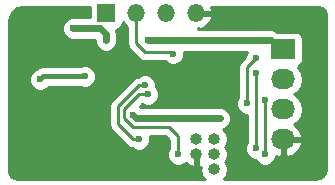
<source format=gbl>
G04 #@! TF.FileFunction,Copper,L2,Bot,Signal*
%FSLAX46Y46*%
G04 Gerber Fmt 4.6, Leading zero omitted, Abs format (unit mm)*
G04 Created by KiCad (PCBNEW 4.0.7-e2-6376~58~ubuntu16.04.1) date Mon May 21 14:16:18 2018*
%MOMM*%
%LPD*%
G01*
G04 APERTURE LIST*
%ADD10C,0.100000*%
%ADD11R,2.032000X1.727200*%
%ADD12O,2.032000X1.727200*%
%ADD13O,1.000000X1.000000*%
%ADD14R,1.500000X1.500000*%
%ADD15O,1.500000X1.500000*%
%ADD16C,0.600000*%
%ADD17C,0.250000*%
%ADD18C,0.450000*%
%ADD19C,0.600000*%
%ADD20C,0.254000*%
G04 APERTURE END LIST*
D10*
D11*
X141732000Y-99568000D03*
D12*
X141732000Y-102108000D03*
X141732000Y-104648000D03*
X141732000Y-107188000D03*
D13*
X134366000Y-108458000D03*
D14*
X126746000Y-96520000D03*
D15*
X129286000Y-96520000D03*
X131826000Y-96520000D03*
X134366000Y-96520000D03*
D13*
X135890000Y-108458000D03*
X135890000Y-109728000D03*
X134366000Y-107188000D03*
X135890000Y-107188000D03*
D16*
X135636000Y-102616000D03*
X134620000Y-103632000D03*
X134620000Y-102616000D03*
X139446000Y-97282000D03*
X139446000Y-96520000D03*
X137922000Y-97282000D03*
X136398000Y-97282000D03*
X136398000Y-96520000D03*
X137922000Y-96520000D03*
X124714000Y-99822000D03*
X133096000Y-103632000D03*
X127762000Y-107188000D03*
X119380000Y-100838000D03*
X119380000Y-103378000D03*
X119380000Y-106172000D03*
X120396000Y-108712000D03*
X119380000Y-108712000D03*
X119380000Y-97536000D03*
X121920000Y-98298000D03*
X121920000Y-108458000D03*
X123444000Y-104648000D03*
X124714000Y-104648000D03*
X132588000Y-109728000D03*
X121158000Y-102108000D03*
X124968000Y-101854000D03*
X126746000Y-98806000D03*
X123952000Y-97790000D03*
X129032000Y-105156000D03*
X136398000Y-105410000D03*
X130302000Y-98806000D03*
X134366000Y-107188000D03*
X130048000Y-102616000D03*
X129540000Y-107188000D03*
X130302000Y-103378000D03*
X132842000Y-108458000D03*
X135890000Y-109728000D03*
X140208000Y-108458000D03*
X140208000Y-103886000D03*
X135890000Y-108458000D03*
X139446000Y-107950000D03*
X139446000Y-101600000D03*
X135890000Y-107188000D03*
X139446000Y-100330000D03*
X138684000Y-104140000D03*
X132428000Y-99949000D03*
D17*
X135636000Y-102616000D02*
X134620000Y-102616000D01*
X134620000Y-103632000D02*
X134620000Y-102616000D01*
X137922000Y-96520000D02*
X139446000Y-96520000D01*
X137922000Y-97282000D02*
X137922000Y-96520000D01*
X136398000Y-96520000D02*
X136398000Y-97282000D01*
D18*
X124968000Y-101854000D02*
X121412000Y-101854000D01*
X121412000Y-101854000D02*
X121158000Y-102108000D01*
D19*
X126746000Y-98298000D02*
X126746000Y-98806000D01*
X126238000Y-97790000D02*
X126746000Y-98298000D01*
X123952000Y-97790000D02*
X126238000Y-97790000D01*
X129032000Y-105156000D02*
X129286000Y-105410000D01*
X129286000Y-105410000D02*
X136398000Y-105410000D01*
X141732000Y-99568000D02*
X141478000Y-99568000D01*
X141478000Y-99568000D02*
X140716000Y-98806000D01*
X140716000Y-98806000D02*
X137668000Y-98806000D01*
X137668000Y-98806000D02*
X130302000Y-98806000D01*
D17*
X129540000Y-102616000D02*
X130048000Y-102616000D01*
X127762000Y-104394000D02*
X129540000Y-102616000D01*
X127762000Y-105918000D02*
X127762000Y-104394000D01*
X129032000Y-107188000D02*
X127762000Y-105918000D01*
X129540000Y-107188000D02*
X129032000Y-107188000D01*
X129540000Y-103378000D02*
X130302000Y-103378000D01*
X128270000Y-104648000D02*
X129540000Y-103378000D01*
X128270000Y-105410000D02*
X128270000Y-104648000D01*
X129032000Y-106172000D02*
X128270000Y-105410000D01*
X132080000Y-106172000D02*
X129032000Y-106172000D01*
X132842000Y-106934000D02*
X132080000Y-106172000D01*
X132842000Y-108458000D02*
X132842000Y-106934000D01*
X140208000Y-108458000D02*
X140208000Y-103886000D01*
X139446000Y-107950000D02*
X139446000Y-101600000D01*
X138684000Y-101092000D02*
X139446000Y-100330000D01*
X138684000Y-104140000D02*
X138684000Y-101092000D01*
X129286000Y-96520000D02*
X129286000Y-99060000D01*
X130048000Y-99822000D02*
X129286000Y-99060000D01*
X132301000Y-99822000D02*
X130048000Y-99822000D01*
X132301000Y-99822000D02*
X132428000Y-99949000D01*
D20*
G36*
X125348560Y-96855000D02*
X123952816Y-96855000D01*
X123766833Y-96854838D01*
X123423057Y-96996883D01*
X123159808Y-97259673D01*
X123017162Y-97603201D01*
X123016838Y-97975167D01*
X123158883Y-98318943D01*
X123421673Y-98582192D01*
X123765201Y-98724838D01*
X124137167Y-98725162D01*
X124137559Y-98725000D01*
X125811000Y-98725000D01*
X125811000Y-98805184D01*
X125810838Y-98991167D01*
X125952883Y-99334943D01*
X126215673Y-99598192D01*
X126559201Y-99740838D01*
X126931167Y-99741162D01*
X127274943Y-99599117D01*
X127538192Y-99336327D01*
X127680838Y-98992799D01*
X127681162Y-98620833D01*
X127681000Y-98620441D01*
X127681000Y-98298000D01*
X127609827Y-97940191D01*
X127583610Y-97900955D01*
X127731317Y-97873162D01*
X127947441Y-97734090D01*
X128092431Y-97521890D01*
X128141543Y-97279367D01*
X128306657Y-97526477D01*
X128526000Y-97673037D01*
X128526000Y-99060000D01*
X128583852Y-99350839D01*
X128748599Y-99597401D01*
X129510599Y-100359401D01*
X129757161Y-100524148D01*
X130048000Y-100582000D01*
X131738759Y-100582000D01*
X131897673Y-100741192D01*
X132241201Y-100883838D01*
X132613167Y-100884162D01*
X132956943Y-100742117D01*
X133220192Y-100479327D01*
X133362838Y-100135799D01*
X133363162Y-99763833D01*
X133353728Y-99741000D01*
X138712583Y-99741000D01*
X138653808Y-99799673D01*
X138511162Y-100143201D01*
X138511121Y-100190077D01*
X138146599Y-100554599D01*
X137981852Y-100801161D01*
X137924000Y-101092000D01*
X137924000Y-103577537D01*
X137891808Y-103609673D01*
X137749162Y-103953201D01*
X137748838Y-104325167D01*
X137890883Y-104668943D01*
X138153673Y-104932192D01*
X138497201Y-105074838D01*
X138686000Y-105075002D01*
X138686000Y-107387537D01*
X138653808Y-107419673D01*
X138511162Y-107763201D01*
X138510838Y-108135167D01*
X138652883Y-108478943D01*
X138915673Y-108742192D01*
X139259201Y-108884838D01*
X139372735Y-108884937D01*
X139414883Y-108986943D01*
X139677673Y-109250192D01*
X140021201Y-109392838D01*
X140393167Y-109393162D01*
X140736943Y-109251117D01*
X141000192Y-108988327D01*
X141142838Y-108644799D01*
X141142883Y-108593709D01*
X141370087Y-108673184D01*
X141605000Y-108528924D01*
X141605000Y-107315000D01*
X141859000Y-107315000D01*
X141859000Y-108528924D01*
X142093913Y-108673184D01*
X142646320Y-108479954D01*
X143082732Y-108090036D01*
X143336709Y-107562791D01*
X143339358Y-107547026D01*
X143218217Y-107315000D01*
X141859000Y-107315000D01*
X141605000Y-107315000D01*
X141585000Y-107315000D01*
X141585000Y-107061000D01*
X141605000Y-107061000D01*
X141605000Y-107041000D01*
X141859000Y-107041000D01*
X141859000Y-107061000D01*
X143218217Y-107061000D01*
X143339358Y-106828974D01*
X143336709Y-106813209D01*
X143082732Y-106285964D01*
X142666931Y-105914461D01*
X142976415Y-105707670D01*
X143301271Y-105221489D01*
X143415345Y-104648000D01*
X143301271Y-104074511D01*
X142976415Y-103588330D01*
X142661634Y-103378000D01*
X142976415Y-103167670D01*
X143301271Y-102681489D01*
X143415345Y-102108000D01*
X143301271Y-101534511D01*
X142976415Y-101048330D01*
X142962087Y-101038757D01*
X142983317Y-101034762D01*
X143199441Y-100895690D01*
X143344431Y-100683490D01*
X143395440Y-100431600D01*
X143395440Y-98704400D01*
X143351162Y-98469083D01*
X143212090Y-98252959D01*
X142999890Y-98107969D01*
X142748000Y-98056960D01*
X141245600Y-98056960D01*
X141073809Y-97942173D01*
X140716000Y-97871000D01*
X134493002Y-97871000D01*
X134493002Y-97739657D01*
X134707185Y-97862318D01*
X135073914Y-97710425D01*
X135475583Y-97348902D01*
X135708328Y-96861187D01*
X135586425Y-96647000D01*
X134493000Y-96647000D01*
X134493000Y-96667000D01*
X134239000Y-96667000D01*
X134239000Y-96647000D01*
X134219000Y-96647000D01*
X134219000Y-96393000D01*
X134239000Y-96393000D01*
X134239000Y-96373000D01*
X134493000Y-96373000D01*
X134493000Y-96393000D01*
X135586425Y-96393000D01*
X135708328Y-96178813D01*
X135603907Y-95960000D01*
X144710070Y-95960000D01*
X144988979Y-96015478D01*
X145166145Y-96133856D01*
X145284521Y-96311019D01*
X145340000Y-96589931D01*
X145340000Y-109658073D01*
X145265188Y-110034180D01*
X145091749Y-110293750D01*
X144832182Y-110467186D01*
X144456073Y-110542000D01*
X136697690Y-110542000D01*
X136714802Y-110530566D01*
X136960839Y-110162346D01*
X137047236Y-109728000D01*
X136960839Y-109293654D01*
X136826766Y-109093000D01*
X136960839Y-108892346D01*
X137047236Y-108458000D01*
X136960839Y-108023654D01*
X136826766Y-107823000D01*
X136960839Y-107622346D01*
X137047236Y-107188000D01*
X136960839Y-106753654D01*
X136714802Y-106385434D01*
X136627263Y-106326942D01*
X136926943Y-106203117D01*
X137190192Y-105940327D01*
X137332838Y-105596799D01*
X137333162Y-105224833D01*
X137191117Y-104881057D01*
X136928327Y-104617808D01*
X136584799Y-104475162D01*
X136212833Y-104474838D01*
X136212441Y-104475000D01*
X129673325Y-104475000D01*
X129595631Y-104397171D01*
X129807665Y-104185137D01*
X130115201Y-104312838D01*
X130487167Y-104313162D01*
X130830943Y-104171117D01*
X131094192Y-103908327D01*
X131236838Y-103564799D01*
X131237162Y-103192833D01*
X131095117Y-102849057D01*
X130982896Y-102736640D01*
X130983162Y-102430833D01*
X130841117Y-102087057D01*
X130578327Y-101823808D01*
X130234799Y-101681162D01*
X129862833Y-101680838D01*
X129519057Y-101822883D01*
X129472415Y-101869444D01*
X129249161Y-101913852D01*
X129002599Y-102078599D01*
X127224599Y-103856599D01*
X127059852Y-104103161D01*
X127002000Y-104394000D01*
X127002000Y-105918000D01*
X127059852Y-106208839D01*
X127224599Y-106455401D01*
X128494599Y-107725401D01*
X128741160Y-107890148D01*
X128964043Y-107934482D01*
X129009673Y-107980192D01*
X129353201Y-108122838D01*
X129725167Y-108123162D01*
X130068943Y-107981117D01*
X130332192Y-107718327D01*
X130474838Y-107374799D01*
X130475162Y-107002833D01*
X130445894Y-106932000D01*
X131765198Y-106932000D01*
X132082000Y-107248802D01*
X132082000Y-107895537D01*
X132049808Y-107927673D01*
X131907162Y-108271201D01*
X131906838Y-108643167D01*
X132048883Y-108986943D01*
X132311673Y-109250192D01*
X132655201Y-109392838D01*
X133027167Y-109393162D01*
X133370943Y-109251117D01*
X133483242Y-109139013D01*
X133668396Y-109353323D01*
X134064123Y-109552132D01*
X134239000Y-109427135D01*
X134239000Y-108585000D01*
X134219000Y-108585000D01*
X134219000Y-108331000D01*
X134239000Y-108331000D01*
X134239000Y-108311000D01*
X134283436Y-108311000D01*
X134343764Y-108323000D01*
X134388236Y-108323000D01*
X134448564Y-108311000D01*
X134493000Y-108311000D01*
X134493000Y-108331000D01*
X134513000Y-108331000D01*
X134513000Y-108585000D01*
X134493000Y-108585000D01*
X134493000Y-109427135D01*
X134667877Y-109552132D01*
X134778835Y-109496388D01*
X134732764Y-109728000D01*
X134819161Y-110162346D01*
X135065198Y-110530566D01*
X135082310Y-110542000D01*
X119195931Y-110542000D01*
X118917019Y-110486521D01*
X118739856Y-110368145D01*
X118621478Y-110190979D01*
X118566000Y-109912070D01*
X118566000Y-102293167D01*
X120222838Y-102293167D01*
X120364883Y-102636943D01*
X120627673Y-102900192D01*
X120971201Y-103042838D01*
X121343167Y-103043162D01*
X121686943Y-102901117D01*
X121874387Y-102714000D01*
X124600972Y-102714000D01*
X124781201Y-102788838D01*
X125153167Y-102789162D01*
X125496943Y-102647117D01*
X125760192Y-102384327D01*
X125902838Y-102040799D01*
X125903162Y-101668833D01*
X125761117Y-101325057D01*
X125498327Y-101061808D01*
X125154799Y-100919162D01*
X124782833Y-100918838D01*
X124600927Y-100994000D01*
X121412000Y-100994000D01*
X121082892Y-101059464D01*
X120816608Y-101237389D01*
X120629057Y-101314883D01*
X120365808Y-101577673D01*
X120223162Y-101921201D01*
X120222838Y-102293167D01*
X118566000Y-102293167D01*
X118566000Y-97097931D01*
X118660148Y-96624616D01*
X118888645Y-96282645D01*
X119230616Y-96054148D01*
X119703931Y-95960000D01*
X125348560Y-95960000D01*
X125348560Y-96855000D01*
X125348560Y-96855000D01*
G37*
X125348560Y-96855000D02*
X123952816Y-96855000D01*
X123766833Y-96854838D01*
X123423057Y-96996883D01*
X123159808Y-97259673D01*
X123017162Y-97603201D01*
X123016838Y-97975167D01*
X123158883Y-98318943D01*
X123421673Y-98582192D01*
X123765201Y-98724838D01*
X124137167Y-98725162D01*
X124137559Y-98725000D01*
X125811000Y-98725000D01*
X125811000Y-98805184D01*
X125810838Y-98991167D01*
X125952883Y-99334943D01*
X126215673Y-99598192D01*
X126559201Y-99740838D01*
X126931167Y-99741162D01*
X127274943Y-99599117D01*
X127538192Y-99336327D01*
X127680838Y-98992799D01*
X127681162Y-98620833D01*
X127681000Y-98620441D01*
X127681000Y-98298000D01*
X127609827Y-97940191D01*
X127583610Y-97900955D01*
X127731317Y-97873162D01*
X127947441Y-97734090D01*
X128092431Y-97521890D01*
X128141543Y-97279367D01*
X128306657Y-97526477D01*
X128526000Y-97673037D01*
X128526000Y-99060000D01*
X128583852Y-99350839D01*
X128748599Y-99597401D01*
X129510599Y-100359401D01*
X129757161Y-100524148D01*
X130048000Y-100582000D01*
X131738759Y-100582000D01*
X131897673Y-100741192D01*
X132241201Y-100883838D01*
X132613167Y-100884162D01*
X132956943Y-100742117D01*
X133220192Y-100479327D01*
X133362838Y-100135799D01*
X133363162Y-99763833D01*
X133353728Y-99741000D01*
X138712583Y-99741000D01*
X138653808Y-99799673D01*
X138511162Y-100143201D01*
X138511121Y-100190077D01*
X138146599Y-100554599D01*
X137981852Y-100801161D01*
X137924000Y-101092000D01*
X137924000Y-103577537D01*
X137891808Y-103609673D01*
X137749162Y-103953201D01*
X137748838Y-104325167D01*
X137890883Y-104668943D01*
X138153673Y-104932192D01*
X138497201Y-105074838D01*
X138686000Y-105075002D01*
X138686000Y-107387537D01*
X138653808Y-107419673D01*
X138511162Y-107763201D01*
X138510838Y-108135167D01*
X138652883Y-108478943D01*
X138915673Y-108742192D01*
X139259201Y-108884838D01*
X139372735Y-108884937D01*
X139414883Y-108986943D01*
X139677673Y-109250192D01*
X140021201Y-109392838D01*
X140393167Y-109393162D01*
X140736943Y-109251117D01*
X141000192Y-108988327D01*
X141142838Y-108644799D01*
X141142883Y-108593709D01*
X141370087Y-108673184D01*
X141605000Y-108528924D01*
X141605000Y-107315000D01*
X141859000Y-107315000D01*
X141859000Y-108528924D01*
X142093913Y-108673184D01*
X142646320Y-108479954D01*
X143082732Y-108090036D01*
X143336709Y-107562791D01*
X143339358Y-107547026D01*
X143218217Y-107315000D01*
X141859000Y-107315000D01*
X141605000Y-107315000D01*
X141585000Y-107315000D01*
X141585000Y-107061000D01*
X141605000Y-107061000D01*
X141605000Y-107041000D01*
X141859000Y-107041000D01*
X141859000Y-107061000D01*
X143218217Y-107061000D01*
X143339358Y-106828974D01*
X143336709Y-106813209D01*
X143082732Y-106285964D01*
X142666931Y-105914461D01*
X142976415Y-105707670D01*
X143301271Y-105221489D01*
X143415345Y-104648000D01*
X143301271Y-104074511D01*
X142976415Y-103588330D01*
X142661634Y-103378000D01*
X142976415Y-103167670D01*
X143301271Y-102681489D01*
X143415345Y-102108000D01*
X143301271Y-101534511D01*
X142976415Y-101048330D01*
X142962087Y-101038757D01*
X142983317Y-101034762D01*
X143199441Y-100895690D01*
X143344431Y-100683490D01*
X143395440Y-100431600D01*
X143395440Y-98704400D01*
X143351162Y-98469083D01*
X143212090Y-98252959D01*
X142999890Y-98107969D01*
X142748000Y-98056960D01*
X141245600Y-98056960D01*
X141073809Y-97942173D01*
X140716000Y-97871000D01*
X134493002Y-97871000D01*
X134493002Y-97739657D01*
X134707185Y-97862318D01*
X135073914Y-97710425D01*
X135475583Y-97348902D01*
X135708328Y-96861187D01*
X135586425Y-96647000D01*
X134493000Y-96647000D01*
X134493000Y-96667000D01*
X134239000Y-96667000D01*
X134239000Y-96647000D01*
X134219000Y-96647000D01*
X134219000Y-96393000D01*
X134239000Y-96393000D01*
X134239000Y-96373000D01*
X134493000Y-96373000D01*
X134493000Y-96393000D01*
X135586425Y-96393000D01*
X135708328Y-96178813D01*
X135603907Y-95960000D01*
X144710070Y-95960000D01*
X144988979Y-96015478D01*
X145166145Y-96133856D01*
X145284521Y-96311019D01*
X145340000Y-96589931D01*
X145340000Y-109658073D01*
X145265188Y-110034180D01*
X145091749Y-110293750D01*
X144832182Y-110467186D01*
X144456073Y-110542000D01*
X136697690Y-110542000D01*
X136714802Y-110530566D01*
X136960839Y-110162346D01*
X137047236Y-109728000D01*
X136960839Y-109293654D01*
X136826766Y-109093000D01*
X136960839Y-108892346D01*
X137047236Y-108458000D01*
X136960839Y-108023654D01*
X136826766Y-107823000D01*
X136960839Y-107622346D01*
X137047236Y-107188000D01*
X136960839Y-106753654D01*
X136714802Y-106385434D01*
X136627263Y-106326942D01*
X136926943Y-106203117D01*
X137190192Y-105940327D01*
X137332838Y-105596799D01*
X137333162Y-105224833D01*
X137191117Y-104881057D01*
X136928327Y-104617808D01*
X136584799Y-104475162D01*
X136212833Y-104474838D01*
X136212441Y-104475000D01*
X129673325Y-104475000D01*
X129595631Y-104397171D01*
X129807665Y-104185137D01*
X130115201Y-104312838D01*
X130487167Y-104313162D01*
X130830943Y-104171117D01*
X131094192Y-103908327D01*
X131236838Y-103564799D01*
X131237162Y-103192833D01*
X131095117Y-102849057D01*
X130982896Y-102736640D01*
X130983162Y-102430833D01*
X130841117Y-102087057D01*
X130578327Y-101823808D01*
X130234799Y-101681162D01*
X129862833Y-101680838D01*
X129519057Y-101822883D01*
X129472415Y-101869444D01*
X129249161Y-101913852D01*
X129002599Y-102078599D01*
X127224599Y-103856599D01*
X127059852Y-104103161D01*
X127002000Y-104394000D01*
X127002000Y-105918000D01*
X127059852Y-106208839D01*
X127224599Y-106455401D01*
X128494599Y-107725401D01*
X128741160Y-107890148D01*
X128964043Y-107934482D01*
X129009673Y-107980192D01*
X129353201Y-108122838D01*
X129725167Y-108123162D01*
X130068943Y-107981117D01*
X130332192Y-107718327D01*
X130474838Y-107374799D01*
X130475162Y-107002833D01*
X130445894Y-106932000D01*
X131765198Y-106932000D01*
X132082000Y-107248802D01*
X132082000Y-107895537D01*
X132049808Y-107927673D01*
X131907162Y-108271201D01*
X131906838Y-108643167D01*
X132048883Y-108986943D01*
X132311673Y-109250192D01*
X132655201Y-109392838D01*
X133027167Y-109393162D01*
X133370943Y-109251117D01*
X133483242Y-109139013D01*
X133668396Y-109353323D01*
X134064123Y-109552132D01*
X134239000Y-109427135D01*
X134239000Y-108585000D01*
X134219000Y-108585000D01*
X134219000Y-108331000D01*
X134239000Y-108331000D01*
X134239000Y-108311000D01*
X134283436Y-108311000D01*
X134343764Y-108323000D01*
X134388236Y-108323000D01*
X134448564Y-108311000D01*
X134493000Y-108311000D01*
X134493000Y-108331000D01*
X134513000Y-108331000D01*
X134513000Y-108585000D01*
X134493000Y-108585000D01*
X134493000Y-109427135D01*
X134667877Y-109552132D01*
X134778835Y-109496388D01*
X134732764Y-109728000D01*
X134819161Y-110162346D01*
X135065198Y-110530566D01*
X135082310Y-110542000D01*
X119195931Y-110542000D01*
X118917019Y-110486521D01*
X118739856Y-110368145D01*
X118621478Y-110190979D01*
X118566000Y-109912070D01*
X118566000Y-102293167D01*
X120222838Y-102293167D01*
X120364883Y-102636943D01*
X120627673Y-102900192D01*
X120971201Y-103042838D01*
X121343167Y-103043162D01*
X121686943Y-102901117D01*
X121874387Y-102714000D01*
X124600972Y-102714000D01*
X124781201Y-102788838D01*
X125153167Y-102789162D01*
X125496943Y-102647117D01*
X125760192Y-102384327D01*
X125902838Y-102040799D01*
X125903162Y-101668833D01*
X125761117Y-101325057D01*
X125498327Y-101061808D01*
X125154799Y-100919162D01*
X124782833Y-100918838D01*
X124600927Y-100994000D01*
X121412000Y-100994000D01*
X121082892Y-101059464D01*
X120816608Y-101237389D01*
X120629057Y-101314883D01*
X120365808Y-101577673D01*
X120223162Y-101921201D01*
X120222838Y-102293167D01*
X118566000Y-102293167D01*
X118566000Y-97097931D01*
X118660148Y-96624616D01*
X118888645Y-96282645D01*
X119230616Y-96054148D01*
X119703931Y-95960000D01*
X125348560Y-95960000D01*
X125348560Y-96855000D01*
M02*

</source>
